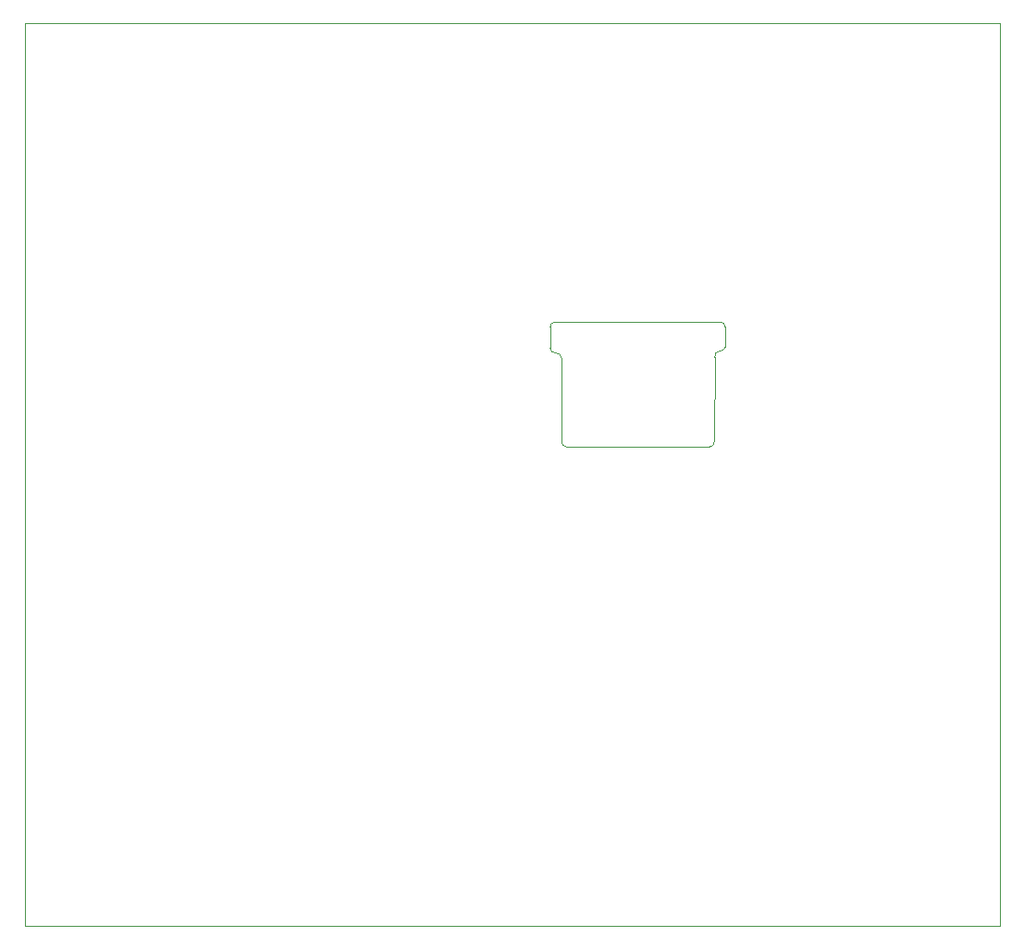
<source format=gbr>
%TF.GenerationSoftware,KiCad,Pcbnew,8.0.4-8.0.4-0~ubuntu22.04.1*%
%TF.CreationDate,2024-07-18T12:52:15-06:00*%
%TF.ProjectId,Desktop_50_Pin_TopConn,4465736b-746f-4705-9f35-305f50696e5f,rev?*%
%TF.SameCoordinates,Original*%
%TF.FileFunction,Profile,NP*%
%FSLAX46Y46*%
G04 Gerber Fmt 4.6, Leading zero omitted, Abs format (unit mm)*
G04 Created by KiCad (PCBNEW 8.0.4-8.0.4-0~ubuntu22.04.1) date 2024-07-18 12:52:15*
%MOMM*%
%LPD*%
G01*
G04 APERTURE LIST*
%TA.AperFunction,Profile*%
%ADD10C,0.100000*%
%TD*%
G04 APERTURE END LIST*
D10*
X148074138Y-91576800D02*
G75*
G02*
X148527312Y-91131036I437562J8400D01*
G01*
X148515938Y-93960800D02*
G75*
G02*
X148070096Y-93507624I-8438J437600D01*
G01*
X129355000Y-63800000D02*
X189204600Y-63804800D01*
X189204600Y-146405600D02*
X189204600Y-63804800D01*
X148070135Y-93507625D02*
X148074138Y-91576800D01*
X100000000Y-146410000D02*
X140716000Y-146410000D01*
X163644338Y-91130997D02*
X148527313Y-91130997D01*
X164089113Y-93431000D02*
G75*
G02*
X163635940Y-93780754I-437113J97900D01*
G01*
X163644338Y-91130997D02*
G75*
G02*
X164090106Y-91584171I8362J-437603D01*
G01*
X189204600Y-146405600D02*
X140716000Y-146410000D01*
X129355000Y-63800000D02*
X100000000Y-63800000D01*
X164089113Y-93431000D02*
X164090141Y-91584172D01*
X100000000Y-63800000D02*
X100000000Y-146410000D01*
%TO.C,RP1*%
X149115938Y-102080800D02*
X149115938Y-94470800D01*
X162615938Y-102580800D02*
X149615938Y-102580800D01*
X163125938Y-94380800D02*
X163115938Y-102080800D01*
X148515938Y-93960800D02*
G75*
G02*
X149115938Y-94470800I83250J-510000D01*
G01*
X149615938Y-102580800D02*
G75*
G02*
X149115938Y-102080800I0J500000D01*
G01*
X163115938Y-102080800D02*
G75*
G02*
X162615938Y-102580800I-500001J1D01*
G01*
X163125938Y-94380800D02*
G75*
G02*
X163635938Y-93780800I510002J83248D01*
G01*
%TD*%
M02*

</source>
